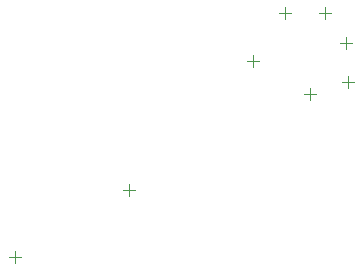
<source format=gbr>
G04*
G04 #@! TF.GenerationSoftware,Altium Limited,Altium Designer,25.2.1 (25)*
G04*
G04 Layer_Color=0*
%FSLAX25Y25*%
%MOIN*%
G70*
G04*
G04 #@! TF.SameCoordinates,6E7B483F-BFF1-4FB3-8246-CE29AB42D2EF*
G04*
G04*
G04 #@! TF.FilePolarity,Positive*
G04*
G01*
G75*
%ADD85C,0.00394*%
%ADD87C,0.00197*%
D85*
X47500Y71531D02*
Y75468D01*
X45531Y73500D02*
X49468D01*
X32032D02*
X35969D01*
X34000Y71531D02*
Y75468D01*
X40532Y46500D02*
X44469D01*
X42500Y44532D02*
Y48469D01*
X53031Y50500D02*
X56968D01*
X55000Y48531D02*
Y52469D01*
X52531Y63500D02*
X56468D01*
X54500Y61532D02*
Y65469D01*
X-19969Y14500D02*
X-16032D01*
X-18000Y12531D02*
Y16468D01*
X21531Y57500D02*
X25469D01*
X23500Y55532D02*
Y59469D01*
D87*
X-56000Y-9968D02*
Y-6032D01*
X-57968Y-8000D02*
X-54031D01*
M02*

</source>
